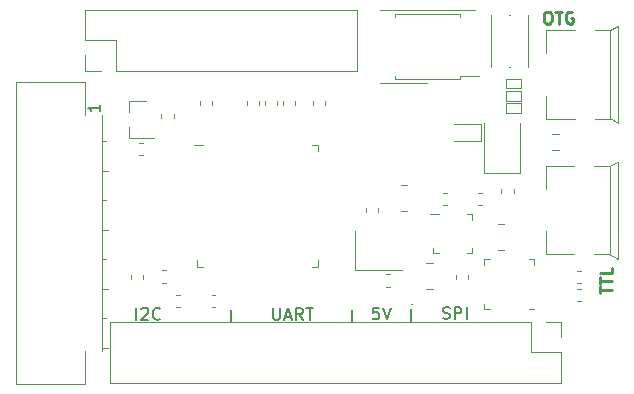
<source format=gbr>
G04 #@! TF.GenerationSoftware,KiCad,Pcbnew,(5.1.5)-3*
G04 #@! TF.CreationDate,2020-02-11T21:27:27+08:00*
G04 #@! TF.ProjectId,F1C200S_KIT,46314332-3030-4535-9f4b-49542e6b6963,V1.0*
G04 #@! TF.SameCoordinates,Original*
G04 #@! TF.FileFunction,Legend,Top*
G04 #@! TF.FilePolarity,Positive*
%FSLAX46Y46*%
G04 Gerber Fmt 4.6, Leading zero omitted, Abs format (unit mm)*
G04 Created by KiCad (PCBNEW (5.1.5)-3) date 2020-02-11 21:27:27*
%MOMM*%
%LPD*%
G04 APERTURE LIST*
%ADD10C,0.254000*%
%ADD11C,0.177800*%
%ADD12C,0.152400*%
%ADD13C,0.120000*%
%ADD14C,0.150000*%
G04 APERTURE END LIST*
D10*
X185672790Y-100688019D02*
X185866314Y-100688019D01*
X185963076Y-100736400D01*
X186059838Y-100833161D01*
X186108219Y-101026685D01*
X186108219Y-101365352D01*
X186059838Y-101558876D01*
X185963076Y-101655638D01*
X185866314Y-101704019D01*
X185672790Y-101704019D01*
X185576028Y-101655638D01*
X185479266Y-101558876D01*
X185430885Y-101365352D01*
X185430885Y-101026685D01*
X185479266Y-100833161D01*
X185576028Y-100736400D01*
X185672790Y-100688019D01*
X186398504Y-100688019D02*
X186979076Y-100688019D01*
X186688790Y-101704019D02*
X186688790Y-100688019D01*
X187849933Y-100736400D02*
X187753171Y-100688019D01*
X187608028Y-100688019D01*
X187462885Y-100736400D01*
X187366123Y-100833161D01*
X187317742Y-100929923D01*
X187269361Y-101123447D01*
X187269361Y-101268590D01*
X187317742Y-101462114D01*
X187366123Y-101558876D01*
X187462885Y-101655638D01*
X187608028Y-101704019D01*
X187704790Y-101704019D01*
X187849933Y-101655638D01*
X187898314Y-101607257D01*
X187898314Y-101268590D01*
X187704790Y-101268590D01*
X190172219Y-124532571D02*
X190172219Y-123952000D01*
X191188219Y-124242285D02*
X190172219Y-124242285D01*
X190172219Y-123758476D02*
X190172219Y-123177904D01*
X191188219Y-123468190D02*
X190172219Y-123468190D01*
X191188219Y-122355428D02*
X191188219Y-122839238D01*
X190172219Y-122839238D01*
D11*
X150915809Y-126766580D02*
X150915809Y-125766580D01*
X151344380Y-125861819D02*
X151392000Y-125814200D01*
X151487238Y-125766580D01*
X151725333Y-125766580D01*
X151820571Y-125814200D01*
X151868190Y-125861819D01*
X151915809Y-125957057D01*
X151915809Y-126052295D01*
X151868190Y-126195152D01*
X151296761Y-126766580D01*
X151915809Y-126766580D01*
X152915809Y-126671342D02*
X152868190Y-126718961D01*
X152725333Y-126766580D01*
X152630095Y-126766580D01*
X152487238Y-126718961D01*
X152392000Y-126623723D01*
X152344380Y-126528485D01*
X152296761Y-126338009D01*
X152296761Y-126195152D01*
X152344380Y-126004676D01*
X152392000Y-125909438D01*
X152487238Y-125814200D01*
X152630095Y-125766580D01*
X152725333Y-125766580D01*
X152868190Y-125814200D01*
X152915809Y-125861819D01*
X162488638Y-125783219D02*
X162488638Y-126605695D01*
X162537019Y-126702457D01*
X162585400Y-126750838D01*
X162682161Y-126799219D01*
X162875685Y-126799219D01*
X162972447Y-126750838D01*
X163020828Y-126702457D01*
X163069209Y-126605695D01*
X163069209Y-125783219D01*
X163504638Y-126508933D02*
X163988447Y-126508933D01*
X163407876Y-126799219D02*
X163746542Y-125783219D01*
X164085209Y-126799219D01*
X165004447Y-126799219D02*
X164665780Y-126315409D01*
X164423876Y-126799219D02*
X164423876Y-125783219D01*
X164810923Y-125783219D01*
X164907685Y-125831600D01*
X164956066Y-125879980D01*
X165004447Y-125976742D01*
X165004447Y-126121885D01*
X164956066Y-126218647D01*
X164907685Y-126267028D01*
X164810923Y-126315409D01*
X164423876Y-126315409D01*
X165294733Y-125783219D02*
X165875304Y-125783219D01*
X165585019Y-126799219D02*
X165585019Y-125783219D01*
X171462723Y-125741180D02*
X170986533Y-125741180D01*
X170938914Y-126217371D01*
X170986533Y-126169752D01*
X171081771Y-126122133D01*
X171319866Y-126122133D01*
X171415104Y-126169752D01*
X171462723Y-126217371D01*
X171510342Y-126312609D01*
X171510342Y-126550704D01*
X171462723Y-126645942D01*
X171415104Y-126693561D01*
X171319866Y-126741180D01*
X171081771Y-126741180D01*
X170986533Y-126693561D01*
X170938914Y-126645942D01*
X171796057Y-125741180D02*
X172129390Y-126741180D01*
X172462723Y-125741180D01*
X176877790Y-126642761D02*
X177020647Y-126690380D01*
X177258742Y-126690380D01*
X177353980Y-126642761D01*
X177401600Y-126595142D01*
X177449219Y-126499904D01*
X177449219Y-126404666D01*
X177401600Y-126309428D01*
X177353980Y-126261809D01*
X177258742Y-126214190D01*
X177068266Y-126166571D01*
X176973028Y-126118952D01*
X176925409Y-126071333D01*
X176877790Y-125976095D01*
X176877790Y-125880857D01*
X176925409Y-125785619D01*
X176973028Y-125738000D01*
X177068266Y-125690380D01*
X177306361Y-125690380D01*
X177449219Y-125738000D01*
X177877790Y-126690380D02*
X177877790Y-125690380D01*
X178258742Y-125690380D01*
X178353980Y-125738000D01*
X178401600Y-125785619D01*
X178449219Y-125880857D01*
X178449219Y-126023714D01*
X178401600Y-126118952D01*
X178353980Y-126166571D01*
X178258742Y-126214190D01*
X177877790Y-126214190D01*
X178877790Y-126690380D02*
X178877790Y-125690380D01*
D12*
X158902400Y-126949200D02*
X158902400Y-125933200D01*
X174193200Y-126898400D02*
X174193200Y-125882400D01*
X169214800Y-126923800D02*
X169214800Y-125907800D01*
X174269400Y-125450600D02*
X174269400Y-125476000D01*
D13*
X169579600Y-105724000D02*
X169579600Y-100524000D01*
X149199600Y-105724000D02*
X169579600Y-105724000D01*
X146599600Y-100524000D02*
X169579600Y-100524000D01*
X149199600Y-105724000D02*
X149199600Y-103124000D01*
X149199600Y-103124000D02*
X146599600Y-103124000D01*
X146599600Y-103124000D02*
X146599600Y-100524000D01*
X147929600Y-105724000D02*
X146599600Y-105724000D01*
X146599600Y-105724000D02*
X146599600Y-104394000D01*
X165775000Y-111975000D02*
X166325000Y-111975000D01*
X166325000Y-111975000D02*
X166325000Y-112525000D01*
X165775000Y-122275000D02*
X166325000Y-122275000D01*
X166325000Y-122275000D02*
X166325000Y-121725000D01*
X156575000Y-122275000D02*
X156025000Y-122275000D01*
X156025000Y-122275000D02*
X156025000Y-121725000D01*
X156575000Y-111975000D02*
X155800000Y-111975000D01*
X151119721Y-112854200D02*
X151445279Y-112854200D01*
X151119721Y-111834200D02*
X151445279Y-111834200D01*
X181836600Y-115686621D02*
X181836600Y-116012179D01*
X182856600Y-115686621D02*
X182856600Y-116012179D01*
X182592400Y-100933800D02*
X182492400Y-100933800D01*
X184092400Y-105333800D02*
X184092400Y-100933800D01*
X180992400Y-100933800D02*
X180992400Y-105333800D01*
X182592400Y-105333800D02*
X182492400Y-105333800D01*
X148685000Y-126945000D02*
X148685000Y-132145000D01*
X184305000Y-126945000D02*
X148685000Y-126945000D01*
X186905000Y-132145000D02*
X148685000Y-132145000D01*
X184305000Y-126945000D02*
X184305000Y-129545000D01*
X184305000Y-129545000D02*
X186905000Y-129545000D01*
X186905000Y-129545000D02*
X186905000Y-132145000D01*
X185575000Y-126945000D02*
X186905000Y-126945000D01*
X186905000Y-126945000D02*
X186905000Y-128275000D01*
X148082000Y-129159000D02*
X148513800Y-129159000D01*
X148082000Y-124155200D02*
X148513800Y-124155200D01*
X148107400Y-119151400D02*
X148539200Y-119151400D01*
X148082000Y-126644400D02*
X148336000Y-126644400D01*
X148082000Y-121640600D02*
X148336000Y-121640600D01*
X148082000Y-116662200D02*
X148336000Y-116662200D01*
X148082000Y-114147600D02*
X148513800Y-114147600D01*
X148107400Y-111658400D02*
X148361400Y-111658400D01*
X146618400Y-132205400D02*
X146618400Y-129405400D01*
X146618400Y-106605400D02*
X146618400Y-109405400D01*
X146618400Y-132205400D02*
X140718400Y-132205400D01*
X146618400Y-106605400D02*
X140718400Y-106605400D01*
X140718400Y-129405400D02*
X140718400Y-132205400D01*
X140718400Y-109405400D02*
X140718400Y-106605400D01*
X140718400Y-109405400D02*
X140718400Y-129405400D01*
X148023400Y-109405400D02*
X148023400Y-129405400D01*
X191706000Y-113400000D02*
X190982600Y-113766200D01*
X191693800Y-121614800D02*
X190982600Y-121233800D01*
X191706000Y-113400000D02*
X191706000Y-121600000D01*
X185606000Y-119300000D02*
X185606000Y-121250000D01*
X188006000Y-121250000D02*
X185606000Y-121250000D01*
X191006000Y-121250000D02*
X189706000Y-121250000D01*
X185606000Y-113800000D02*
X185606000Y-115700000D01*
X188006000Y-113750000D02*
X185606000Y-113750000D01*
X191006000Y-113750000D02*
X189706000Y-113750000D01*
X191006000Y-113750000D02*
X191006000Y-121250000D01*
X179872421Y-117096000D02*
X180197979Y-117096000D01*
X179872421Y-116076000D02*
X180197979Y-116076000D01*
X175483748Y-124170000D02*
X176006252Y-124170000D01*
X175483748Y-121950000D02*
X176006252Y-121950000D01*
X186152022Y-111024600D02*
X186669178Y-111024600D01*
X186152022Y-112444600D02*
X186669178Y-112444600D01*
X157330000Y-108555279D02*
X157330000Y-108229721D01*
X156310000Y-108555279D02*
X156310000Y-108229721D01*
X163330000Y-108239721D02*
X163330000Y-108565279D01*
X164350000Y-108239721D02*
X164350000Y-108565279D01*
X162840000Y-108562779D02*
X162840000Y-108237221D01*
X161820000Y-108562779D02*
X161820000Y-108237221D01*
X160320000Y-108249721D02*
X160320000Y-108575279D01*
X161340000Y-108249721D02*
X161340000Y-108575279D01*
X166880000Y-108590279D02*
X166880000Y-108264721D01*
X165860000Y-108590279D02*
X165860000Y-108264721D01*
X177950400Y-123027321D02*
X177950400Y-123352879D01*
X178970400Y-123027321D02*
X178970400Y-123352879D01*
X177226279Y-116076000D02*
X176900721Y-116076000D01*
X177226279Y-117096000D02*
X176900721Y-117096000D01*
X171401200Y-117637679D02*
X171401200Y-117312121D01*
X170381200Y-117637679D02*
X170381200Y-117312121D01*
X172410279Y-122940000D02*
X172084721Y-122940000D01*
X172410279Y-123960000D02*
X172084721Y-123960000D01*
X153050000Y-109364721D02*
X153050000Y-109690279D01*
X154070000Y-109364721D02*
X154070000Y-109690279D01*
X154594679Y-124661200D02*
X154269121Y-124661200D01*
X154594679Y-125681200D02*
X154269121Y-125681200D01*
X153400879Y-122603800D02*
X153075321Y-122603800D01*
X153400879Y-123623800D02*
X153075321Y-123623800D01*
X151487600Y-123302079D02*
X151487600Y-122976521D01*
X150467600Y-123302079D02*
X150467600Y-122976521D01*
X157617279Y-125681200D02*
X157291721Y-125681200D01*
X157617279Y-124661200D02*
X157291721Y-124661200D01*
X169420000Y-119240000D02*
X169420000Y-122540000D01*
X169420000Y-122540000D02*
X173420000Y-122540000D01*
X191731400Y-101900000D02*
X191008000Y-102266200D01*
X191719200Y-110114800D02*
X191008000Y-109733800D01*
X191731400Y-101900000D02*
X191731400Y-110100000D01*
X185631400Y-107800000D02*
X185631400Y-109750000D01*
X188031400Y-109750000D02*
X185631400Y-109750000D01*
X191031400Y-109750000D02*
X189731400Y-109750000D01*
X185631400Y-102300000D02*
X185631400Y-104200000D01*
X188031400Y-102250000D02*
X185631400Y-102250000D01*
X191031400Y-102250000D02*
X189731400Y-102250000D01*
X191031400Y-102250000D02*
X191031400Y-109750000D01*
X182260200Y-107156200D02*
X183460200Y-107156200D01*
X182260200Y-106356200D02*
X182260200Y-107156200D01*
X183460200Y-106356200D02*
X182260200Y-106356200D01*
X183460200Y-107156200D02*
X183460200Y-106356200D01*
X182249000Y-109264400D02*
X183449000Y-109264400D01*
X182249000Y-108464400D02*
X182249000Y-109264400D01*
X183449000Y-108464400D02*
X182249000Y-108464400D01*
X183449000Y-109264400D02*
X183449000Y-108464400D01*
X182260200Y-108223000D02*
X183460200Y-108223000D01*
X182260200Y-107423000D02*
X182260200Y-108223000D01*
X183460200Y-107423000D02*
X182260200Y-107423000D01*
X183460200Y-108223000D02*
X183460200Y-107423000D01*
X180354000Y-110125100D02*
X180354000Y-114335100D01*
X180354000Y-114335100D02*
X183374000Y-114335100D01*
X183374000Y-114335100D02*
X183374000Y-110125100D01*
X188558279Y-123635400D02*
X188232721Y-123635400D01*
X188558279Y-122615400D02*
X188232721Y-122615400D01*
X188558279Y-124190400D02*
X188232721Y-124190400D01*
X188558279Y-125210400D02*
X188232721Y-125210400D01*
X177838200Y-111656800D02*
X180123200Y-111656800D01*
X180123200Y-111656800D02*
X180123200Y-110186800D01*
X180123200Y-110186800D02*
X177838200Y-110186800D01*
X182082652Y-120896400D02*
X181560148Y-120896400D01*
X182082652Y-118676400D02*
X181560148Y-118676400D01*
X173355948Y-115374400D02*
X173878452Y-115374400D01*
X173355948Y-117594400D02*
X173878452Y-117594400D01*
X150300000Y-108220000D02*
X150300000Y-109150000D01*
X150300000Y-111380000D02*
X150300000Y-110450000D01*
X150300000Y-111380000D02*
X152460000Y-111380000D01*
X150300000Y-108220000D02*
X151760000Y-108220000D01*
X178908100Y-117853300D02*
X179358100Y-117853300D01*
X179358100Y-117853300D02*
X179358100Y-118303300D01*
X178908100Y-121153300D02*
X179358100Y-121153300D01*
X179358100Y-121153300D02*
X179358100Y-120703300D01*
X176508100Y-121153300D02*
X176058100Y-121153300D01*
X176058100Y-121153300D02*
X176058100Y-120703300D01*
X176508100Y-117853300D02*
X175808100Y-117853300D01*
X180864000Y-125884200D02*
X180389000Y-125884200D01*
X180389000Y-125884200D02*
X180389000Y-125409200D01*
X184134000Y-121664200D02*
X184609000Y-121664200D01*
X184609000Y-121664200D02*
X184609000Y-122139200D01*
X180864000Y-121664200D02*
X180389000Y-121664200D01*
X180389000Y-121664200D02*
X180389000Y-122139200D01*
X184134000Y-125884200D02*
X184609000Y-125884200D01*
X175564800Y-106742000D02*
X171564800Y-106742000D01*
X179564800Y-100522000D02*
X171564800Y-100522000D01*
X175564800Y-100907000D02*
X172839800Y-100907000D01*
X172839800Y-100907000D02*
X172839800Y-101167000D01*
X175564800Y-100907000D02*
X178289800Y-100907000D01*
X178289800Y-100907000D02*
X178289800Y-101167000D01*
X175564800Y-106357000D02*
X172839800Y-106357000D01*
X172839800Y-106357000D02*
X172839800Y-106097000D01*
X175564800Y-106357000D02*
X178289800Y-106357000D01*
X178289800Y-106357000D02*
X178289800Y-106097000D01*
X178289800Y-106097000D02*
X179964800Y-106097000D01*
D14*
X147823180Y-108553285D02*
X147823180Y-109124714D01*
X147823180Y-108839000D02*
X146823180Y-108839000D01*
X146966038Y-108934238D01*
X147061276Y-109029476D01*
X147108895Y-109124714D01*
M02*

</source>
